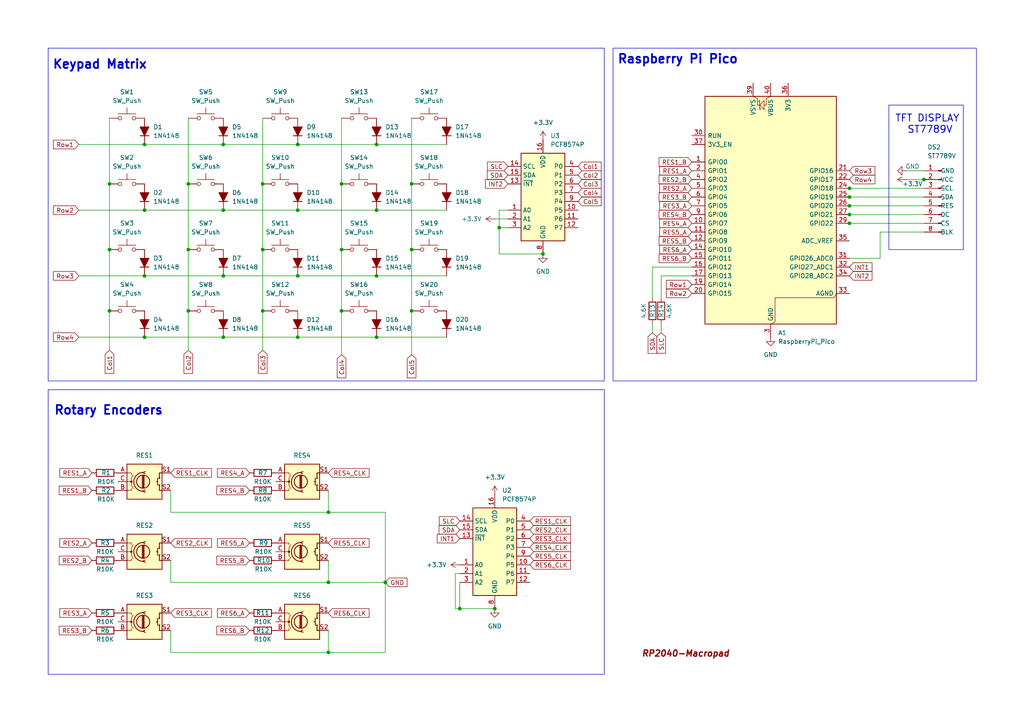
<source format=kicad_sch>
(kicad_sch (version 20250114) (generator "eeschema") (generator_version "9.0")
  (paper "A4")
  (lib_symbols
    (symbol "Device:R" (pin_numbers (hide yes)) (pin_names (offset 0))
      (property "Reference" "R" (at 2.032 0 90))
      (property "Value" "R" (at 0 0 90))
      (symbol "R_1_1"
        (pin passive line (at 0 3.81 270) (length 1.27) (name "~") (number "1"))
        (pin passive line (at 0 -3.81 90) (length 1.27) (name "~") (number "2"))
      )
    )
    (symbol "Device:RotaryEncoder_Switch" (pin_names (offset 0.254) (hide yes))
      (property "Reference" "SW" (at 0 6.604 0))
      (property "Value" "RotaryEncoder_Switch" (at 0 -6.604 0))
      (symbol "RotaryEncoder_Switch_1_1"
        (pin passive line (at -7.62 2.54 0) (length 2.54) (name "A") (number "A"))
        (pin passive line (at -7.62 0 0) (length 2.54) (name "C") (number "C"))
        (pin passive line (at -7.62 -2.54 0) (length 2.54) (name "B") (number "B"))
        (pin passive line (at 7.62 2.54 180) (length 2.54) (name "S1") (number "S1"))
        (pin passive line (at 7.62 -2.54 180) (length 2.54) (name "S2") (number "S2"))
      )
    )
    (symbol "Interface_Expansion:PCF8574P"
      (property "Reference" "U" (at -6.35 12.954 0))
      (property "Value" "PCF8574P" (at 3.048 12.954 0))
      (symbol "PCF8574P_1_1"
        (pin input line (at -10.16 7.62 0) (length 3.81) (name "SCL") (number "14"))
        (pin bidirectional line (at -10.16 5.08 0) (length 3.81) (name "SDA") (number "15"))
        (pin open_collector line (at -10.16 2.54 0) (length 3.81) (name "~{INT}") (number "13"))
        (pin input line (at -10.16 -5.08 0) (length 3.81) (name "A0") (number "1"))
        (pin input line (at -10.16 -7.62 0) (length 3.81) (name "A1") (number "2"))
        (pin input line (at -10.16 -10.16 0) (length 3.81) (name "A2") (number "3"))
        (pin power_in line (at 0 15.24 270) (length 3.81) (name "VDD") (number "16"))
        (pin power_in line (at 0 -17.78 90) (length 3.81) (name "GND") (number "8"))
        (pin bidirectional line (at 10.16 7.62 180) (length 3.81) (name "P0") (number "4"))
        (pin bidirectional line (at 10.16 5.08 180) (length 3.81) (name "P1") (number "5"))
        (pin bidirectional line (at 10.16 2.54 180) (length 3.81) (name "P2") (number "6"))
        (pin bidirectional line (at 10.16 0 180) (length 3.81) (name "P3") (number "7"))
        (pin bidirectional line (at 10.16 -2.54 180) (length 3.81) (name "P4") (number "9"))
        (pin bidirectional line (at 10.16 -5.08 180) (length 3.81) (name "P5") (number "10"))
        (pin bidirectional line (at 10.16 -7.62 180) (length 3.81) (name "P6") (number "11"))
        (pin bidirectional line (at 10.16 -10.16 180) (length 3.81) (name "P7") (number "12"))
      )
    )
    (symbol "MCU_Module:RaspberryPi_Pico" (pin_names (offset 0.762))
      (property "Reference" "A" (at -19.05 35.56 0))
      (property "Value" "RaspberryPi_Pico" (at 7.62 35.56 0))
      (symbol "RaspberryPi_Pico_1_1"
        (pin passive line (at -22.86 22.86 0) (length 3.81) (name "RUN") (number "30"))
        (pin passive line (at -22.86 20.32 0) (length 3.81) (name "3V3_EN") (number "37"))
        (pin bidirectional line (at -22.86 15.24 0) (length 3.81) (name "GPIO0") (number "1"))
        (pin bidirectional line (at -22.86 12.7 0) (length 3.81) (name "GPIO1") (number "2"))
        (pin bidirectional line (at -22.86 10.16 0) (length 3.81) (name "GPIO2") (number "4"))
        (pin bidirectional line (at -22.86 7.62 0) (length 3.81) (name "GPIO3") (number "5"))
        (pin bidirectional line (at -22.86 5.08 0) (length 3.81) (name "GPIO4") (number "6"))
        (pin bidirectional line (at -22.86 2.54 0) (length 3.81) (name "GPIO5") (number "7"))
        (pin bidirectional line (at -22.86 0 0) (length 3.81) (name "GPIO6") (number "9"))
        (pin bidirectional line (at -22.86 -2.54 0) (length 3.81) (name "GPIO7") (number "10"))
        (pin bidirectional line (at -22.86 -5.08 0) (length 3.81) (name "GPIO8") (number "11"))
        (pin bidirectional line (at -22.86 -7.62 0) (length 3.81) (name "GPIO9") (number "12"))
        (pin bidirectional line (at -22.86 -10.16 0) (length 3.81) (name "GPIO10") (number "14"))
        (pin bidirectional line (at -22.86 -12.7 0) (length 3.81) (name "GPIO11") (number "15"))
        (pin bidirectional line (at -22.86 -15.24 0) (length 3.81) (name "GPIO12") (number "16"))
        (pin bidirectional line (at -22.86 -17.78 0) (length 3.81) (name "GPIO13") (number "17"))
        (pin bidirectional line (at -22.86 -20.32 0) (length 3.81) (name "GPIO14") (number "19"))
        (pin bidirectional line (at -22.86 -22.86 0) (length 3.81) (name "GPIO15") (number "20"))
        (pin power_in line (at -5.08 38.1 270) (length 3.81) (name "VSYS") (number "39"))
        (pin power_out line (at 0 38.1 270) (length 3.81) (name "VBUS") (number "40"))
        (pin passive line (at 0 -35.56 90) (length 3.81) (hide yes) (name "GND") (number "13"))
        (pin passive line (at 0 -35.56 90) (length 3.81) (hide yes) (name "GND") (number "18"))
        (pin passive line (at 0 -35.56 90) (length 3.81) (hide yes) (name "GND") (number "23"))
        (pin passive line (at 0 -35.56 90) (length 3.81) (hide yes) (name "GND") (number "28"))
        (pin power_out line (at 0 -35.56 90) (length 3.81) (name "GND") (number "3"))
        (pin passive line (at 0 -35.56 90) (length 3.81) (hide yes) (name "GND") (number "38"))
        (pin passive line (at 0 -35.56 90) (length 3.81) (hide yes) (name "GND") (number "8"))
        (pin power_out line (at 5.08 38.1 270) (length 3.81) (name "3V3") (number "36"))
        (pin bidirectional line (at 22.86 12.7 180) (length 3.81) (name "GPIO16") (number "21"))
        (pin bidirectional line (at 22.86 10.16 180) (length 3.81) (name "GPIO17") (number "22"))
        (pin bidirectional line (at 22.86 7.62 180) (length 3.81) (name "GPIO18") (number "24"))
        (pin bidirectional line (at 22.86 5.08 180) (length 3.81) (name "GPIO19") (number "25"))
        (pin bidirectional line (at 22.86 2.54 180) (length 3.81) (name "GPIO20") (number "26"))
        (pin bidirectional line (at 22.86 0 180) (length 3.81) (name "GPIO21") (number "27"))
        (pin bidirectional line (at 22.86 -2.54 180) (length 3.81) (name "GPIO22") (number "29"))
        (pin power_in line (at 22.86 -7.62 180) (length 3.81) (name "ADC_VREF") (number "35"))
        (pin bidirectional line (at 22.86 -12.7 180) (length 3.81) (name "GPIO26_ADC0") (number "31"))
        (pin bidirectional line (at 22.86 -15.24 180) (length 3.81) (name "GPIO27_ADC1") (number "32"))
        (pin bidirectional line (at 22.86 -17.78 180) (length 3.81) (name "GPIO28_ADC2") (number "34"))
        (pin power_out line (at 22.86 -22.86 180) (length 3.81) (name "AGND") (number "33"))
      )
    )
    (symbol "New_Library:ST7789V" (pin_names (offset 1.016))
      (property "Reference" "J" (at 0 10.16 0))
      (property "Value" "ST7789V" (at 0 -12.7 0))
      (symbol "ST7789V_1_1"
        (pin passive line (at 5.08 7.62 180) (length 3.81) (name "GND") (number "1"))
        (pin passive line (at 5.08 5.08 180) (length 3.81) (name "VCC") (number "2"))
        (pin passive line (at 5.08 2.54 180) (length 3.81) (name "SCL") (number "3"))
        (pin passive line (at 5.08 0 180) (length 3.81) (name "SDA") (number "4"))
        (pin passive line (at 5.08 -2.54 180) (length 3.81) (name "RES") (number "5"))
        (pin passive line (at 5.08 -5.08 180) (length 3.81) (name "DC") (number "6"))
        (pin passive line (at 5.08 -7.62 180) (length 3.81) (name "CS") (number "7"))
        (pin passive line (at 5.08 -10.16 180) (length 3.81) (name "BLK") (number "8"))
      )
    )
    (symbol "PCM_Diode_AKL:1N4148" (pin_numbers (hide yes)) (pin_names (offset 1.016) (hide yes))
      (property "Reference" "D" (at 0 5.08 0))
      (property "Value" "1N4148" (at 0 2.54 0))
      (symbol "1N4148_1_1"
        (pin passive line (at -3.81 0 0) (length 2.54) (name "A") (number "2"))
        (pin passive line (at 3.81 0 180) (length 2.54) (name "K") (number "1"))
      )
      (symbol "1N4148_1_2"
        (pin passive line (at -2.54 -2.54 0) (length 0) (name "A") (number "2"))
        (pin passive line (at 2.54 2.54 180) (length 0) (name "K") (number "1"))
      )
    )
    (symbol "Switch:SW_Push" (pin_numbers (hide yes)) (pin_names (offset 1.016) (hide yes))
      (property "Reference" "SW" (at 1.27 2.54 0))
      (property "Value" "SW_Push" (at 0 -1.524 0))
      (symbol "SW_Push_0_1"
        (pin passive line (at -5.08 0 0) (length 2.54) (name "1") (number "1"))
        (pin passive line (at 5.08 0 180) (length 2.54) (name "2") (number "2"))
      )
    )
    (symbol "power:+3.3V" (power) (pin_numbers (hide yes)) (pin_names (offset 0) (hide yes))
      (property "Value" "+3.3V" (at 0 3.556 0))
      (symbol "+3.3V_1_1"
        (pin power_in line (at 0 0 90) (length 0) (name "~") (number "1"))
      )
    )
    (symbol "power:GND" (power) (pin_numbers (hide yes)) (pin_names (offset 0) (hide yes))
      (property "Value" "GND" (at 0 -3.81 0))
      (symbol "GND_1_1"
        (pin power_in line (at 0 0 270) (length 0) (name "~") (number "1"))
      )
    )
  )
  (rectangle (start 257.81 30.48) (end 279.4 72.39))
  (rectangle (start 13.97 113.03) (end 175.26 195.58))
  (rectangle (start 177.8 13.97) (end 283.21 110.49))
  (rectangle (start 13.97 13.97) (end 175.26 110.49))
  (text "Raspberry Pi Pico" (at 196.596 17.272 0) (effects (font (size 2.54 2.54) (thickness 0.508) (bold yes))))
  (text "Rotary Encoders" (at 31.496 119.126 0) (effects (font (size 2.54 2.54) (thickness 0.508) (bold yes))))
  (text "RP2040-Macropad" (at 198.882 189.738 0) (effects (font (size 1.778 1.778) (thickness 0.3556) (bold yes) (italic yes))))
  (text "TFT DISPLAY \nST7789V" (at 269.748 36.068 0) (effects (font (size 2.032 2.032) (thickness 0.254) (bold yes))))
  (text "Keypad Matrix" (at 28.956 18.796 0) (effects (font (size 2.54 2.54) (thickness 0.508) (bold yes))))
  (junction (at 64.77 80.01))
  (junction (at 41.91 60.96))
  (junction (at 246.38 64.77))
  (junction (at 76.2 72.39))
  (junction (at 133.35 176.53))
  (junction (at 86.36 97.79))
  (junction (at 109.22 97.79))
  (junction (at 76.2 53.34))
  (junction (at 267.97 52.07))
  (junction (at 109.22 80.01))
  (junction (at 54.61 90.17))
  (junction (at 64.77 41.91))
  (junction (at 246.38 62.23))
  (junction (at 95.25 168.91))
  (junction (at 31.75 53.34))
  (junction (at 86.36 60.96))
  (junction (at 109.22 60.96))
  (junction (at 41.91 80.01))
  (junction (at 144.78 66.04))
  (junction (at 64.77 97.79))
  (junction (at 246.38 57.15))
  (junction (at 99.06 72.39))
  (junction (at 54.61 53.34))
  (junction (at 31.75 72.39))
  (junction (at 119.38 53.34))
  (junction (at 246.38 59.69))
  (junction (at 95.25 189.23))
  (junction (at 41.91 97.79))
  (junction (at 119.38 72.39))
  (junction (at 76.2 90.17))
  (junction (at 31.75 90.17))
  (junction (at 99.06 90.17))
  (junction (at 246.38 54.61))
  (junction (at 64.77 60.96))
  (junction (at 95.25 148.59))
  (junction (at 119.38 90.17))
  (junction (at 111.76 168.91))
  (junction (at 143.51 176.53))
  (junction (at 109.22 41.91))
  (junction (at 157.48 73.66))
  (junction (at 54.61 72.39))
  (junction (at 41.91 41.91))
  (junction (at 99.06 53.34))
  (junction (at 86.36 41.91))
  (junction (at 86.36 80.01))
  (wire (pts (xy 64.77 80.01) (xy 41.91 80.01)))
  (wire (pts (xy 86.36 80.01) (xy 64.77 80.01)))
  (wire (pts (xy 95.25 142.24) (xy 95.25 148.59)))
  (wire (pts (xy 191.77 80.01) (xy 191.77 86.36)))
  (wire (pts (xy 99.06 34.29) (xy 99.06 53.34)))
  (wire (pts (xy 132.08 176.53) (xy 133.35 176.53)))
  (wire (pts (xy 132.08 166.37) (xy 132.08 176.53)))
  (wire (pts (xy 144.78 60.96) (xy 144.78 66.04)))
  (wire (pts (xy 86.36 41.91) (xy 109.22 41.91)))
  (wire (pts (xy 109.22 41.91) (xy 129.54 41.91)))
  (wire (pts (xy 119.38 90.17) (xy 119.38 102.87)))
  (wire (pts (xy 200.66 80.01) (xy 191.77 80.01)))
  (wire (pts (xy 99.06 53.34) (xy 99.06 72.39)))
  (wire (pts (xy 76.2 72.39) (xy 76.2 90.17)))
  (wire (pts (xy 111.76 148.59) (xy 111.76 168.91)))
  (wire (pts (xy 246.38 64.77) (xy 267.97 64.77)))
  (wire (pts (xy 49.53 182.88) (xy 49.53 189.23)))
  (wire (pts (xy 119.38 34.29) (xy 119.38 53.34)))
  (wire (pts (xy 144.78 66.04) (xy 144.78 73.66)))
  (wire (pts (xy 64.77 60.96) (xy 41.91 60.96)))
  (wire (pts (xy 49.53 189.23) (xy 95.25 189.23)))
  (wire (pts (xy 41.91 41.91) (xy 64.77 41.91)))
  (wire (pts (xy 95.25 162.56) (xy 95.25 168.91)))
  (wire (pts (xy 246.38 62.23) (xy 267.97 62.23)))
  (wire (pts (xy 99.06 72.39) (xy 99.06 90.17)))
  (wire (pts (xy 189.23 77.47) (xy 200.66 77.47)))
  (wire (pts (xy 147.32 60.96) (xy 144.78 60.96)))
  (wire (pts (xy 246.38 57.15) (xy 267.97 57.15)))
  (wire (pts (xy 31.75 53.34) (xy 31.75 72.39)))
  (wire (pts (xy 109.22 60.96) (xy 86.36 60.96)))
  (wire (pts (xy 54.61 34.29) (xy 54.61 53.34)))
  (wire (pts (xy 246.38 59.69) (xy 267.97 59.69)))
  (wire (pts (xy 262.89 52.07) (xy 267.97 52.07)))
  (wire (pts (xy 86.36 60.96) (xy 64.77 60.96)))
  (wire (pts (xy 31.75 34.29) (xy 31.75 53.34)))
  (wire (pts (xy 54.61 90.17) (xy 54.61 101.6)))
  (wire (pts (xy 129.54 80.01) (xy 109.22 80.01)))
  (wire (pts (xy 255.27 67.31) (xy 255.27 74.93)))
  (wire (pts (xy 99.06 90.17) (xy 99.06 102.87)))
  (wire (pts (xy 41.91 80.01) (xy 22.86 80.01)))
  (wire (pts (xy 133.35 176.53) (xy 143.51 176.53)))
  (wire (pts (xy 255.27 74.93) (xy 246.38 74.93)))
  (wire (pts (xy 64.77 97.79) (xy 86.36 97.79)))
  (wire (pts (xy 191.77 96.52) (xy 191.77 93.98)))
  (wire (pts (xy 95.25 182.88) (xy 95.25 189.23)))
  (wire (pts (xy 22.86 97.79) (xy 41.91 97.79)))
  (wire (pts (xy 54.61 53.34) (xy 54.61 72.39)))
  (wire (pts (xy 95.25 189.23) (xy 111.76 189.23)))
  (wire (pts (xy 133.35 166.37) (xy 132.08 166.37)))
  (wire (pts (xy 119.38 53.34) (xy 119.38 72.39)))
  (wire (pts (xy 49.53 142.24) (xy 49.53 148.59)))
  (wire (pts (xy 189.23 77.47) (xy 189.23 86.36)))
  (wire (pts (xy 246.38 54.61) (xy 267.97 54.61)))
  (wire (pts (xy 243.84 57.15) (xy 246.38 57.15)))
  (wire (pts (xy 76.2 34.29) (xy 76.2 53.34)))
  (wire (pts (xy 119.38 72.39) (xy 119.38 90.17)))
  (wire (pts (xy 31.75 72.39) (xy 31.75 90.17)))
  (wire (pts (xy 144.78 66.04) (xy 147.32 66.04)))
  (wire (pts (xy 111.76 168.91) (xy 111.76 189.23)))
  (wire (pts (xy 54.61 72.39) (xy 54.61 90.17)))
  (wire (pts (xy 189.23 96.52) (xy 189.23 93.98)))
  (wire (pts (xy 49.53 168.91) (xy 95.25 168.91)))
  (wire (pts (xy 49.53 148.59) (xy 95.25 148.59)))
  (wire (pts (xy 22.86 41.91) (xy 41.91 41.91)))
  (wire (pts (xy 76.2 53.34) (xy 76.2 72.39)))
  (wire (pts (xy 31.75 90.17) (xy 31.75 101.6)))
  (wire (pts (xy 144.78 73.66) (xy 157.48 73.66)))
  (wire (pts (xy 267.97 67.31) (xy 255.27 67.31)))
  (wire (pts (xy 109.22 97.79) (xy 129.54 97.79)))
  (wire (pts (xy 49.53 162.56) (xy 49.53 168.91)))
  (wire (pts (xy 243.84 59.69) (xy 246.38 59.69)))
  (wire (pts (xy 129.54 60.96) (xy 109.22 60.96)))
  (wire (pts (xy 76.2 90.17) (xy 76.2 101.6)))
  (wire (pts (xy 41.91 60.96) (xy 22.86 60.96)))
  (wire (pts (xy 95.25 148.59) (xy 111.76 148.59)))
  (wire (pts (xy 267.97 49.53) (xy 262.89 49.53)))
  (wire (pts (xy 41.91 97.79) (xy 64.77 97.79)))
  (wire (pts (xy 243.84 64.77) (xy 246.38 64.77)))
  (wire (pts (xy 243.84 62.23) (xy 246.38 62.23)))
  (wire (pts (xy 133.35 176.53) (xy 133.35 168.91)))
  (wire (pts (xy 243.84 54.61) (xy 246.38 54.61)))
  (wire (pts (xy 95.25 168.91) (xy 111.76 168.91)))
  (wire (pts (xy 64.77 41.91) (xy 86.36 41.91)))
  (wire (pts (xy 86.36 97.79) (xy 109.22 97.79)))
  (wire (pts (xy 143.51 63.5) (xy 147.32 63.5)))
  (wire (pts (xy 270.51 52.07) (xy 267.97 52.07)))
  (wire (pts (xy 109.22 80.01) (xy 86.36 80.01)))
  (global_label "RES1_B" (shape input) (at 26.67 142.24 180) (property "Intersheetrefs" "${INTERSHEET_REFS}" (effects (hide yes))))
  (global_label "RES5_CLK" (shape input) (at 95.25 157.48 0) (property "Intersheetrefs" "${INTERSHEET_REFS}" (effects (hide yes))))
  (global_label "RES3_A" (shape input) (at 26.67 177.8 180) (property "Intersheetrefs" "${INTERSHEET_REFS}" (effects (hide yes))))
  (global_label "RES3_B" (shape input) (at 200.66 57.15 180) (property "Intersheetrefs" "${INTERSHEET_REFS}" (effects (hide yes))))
  (global_label "RES3_A" (shape input) (at 200.66 59.69 180) (property "Intersheetrefs" "${INTERSHEET_REFS}" (effects (hide yes))))
  (global_label "RES2_A" (shape input) (at 200.66 54.61 180) (property "Intersheetrefs" "${INTERSHEET_REFS}" (effects (hide yes))))
  (global_label "Row3" (shape input) (at 246.38 49.53 0) (property "Intersheetrefs" "${INTERSHEET_REFS}" (effects (hide yes))))
  (global_label "Col2" (shape input) (at 167.64 50.8 0) (property "Intersheetrefs" "${INTERSHEET_REFS}" (effects (hide yes))))
  (global_label "RES6_A" (shape input) (at 200.66 72.39 180) (property "Intersheetrefs" "${INTERSHEET_REFS}" (effects (hide yes))))
  (global_label "Col5" (shape input) (at 167.64 58.42 0) (property "Intersheetrefs" "${INTERSHEET_REFS}" (effects (hide yes))))
  (global_label "RES6_A" (shape input) (at 72.39 177.8 180) (property "Intersheetrefs" "${INTERSHEET_REFS}" (effects (hide yes))))
  (global_label "SLC" (shape input) (at 191.77 96.52 270) (property "Intersheetrefs" "${INTERSHEET_REFS}" (effects (hide yes))))
  (global_label "Col3" (shape input) (at 76.2 101.6 270) (property "Intersheetrefs" "${INTERSHEET_REFS}" (effects (hide yes))))
  (global_label "SDA" (shape input) (at 189.23 96.52 270) (property "Intersheetrefs" "${INTERSHEET_REFS}" (effects (hide yes))))
  (global_label "RES1_A" (shape input) (at 200.66 49.53 180) (property "Intersheetrefs" "${INTERSHEET_REFS}" (effects (hide yes))))
  (global_label "INT1" (shape input) (at 246.38 77.47 0) (property "Intersheetrefs" "${INTERSHEET_REFS}" (effects (hide yes))))
  (global_label "RES2_CLK" (shape input) (at 153.67 153.67 0) (property "Intersheetrefs" "${INTERSHEET_REFS}" (effects (hide yes))))
  (global_label "RES1_A" (shape input) (at 26.67 137.16 180) (property "Intersheetrefs" "${INTERSHEET_REFS}" (effects (hide yes))))
  (global_label "RES6_CLK" (shape input) (at 95.25 177.8 0) (property "Intersheetrefs" "${INTERSHEET_REFS}" (effects (hide yes))))
  (global_label "RES6_CLK" (shape input) (at 153.67 163.83 0) (property "Intersheetrefs" "${INTERSHEET_REFS}" (effects (hide yes))))
  (global_label "RES1_CLK" (shape input) (at 49.53 137.16 0) (property "Intersheetrefs" "${INTERSHEET_REFS}" (effects (hide yes))))
  (global_label "INT2" (shape input) (at 147.32 53.34 180) (property "Intersheetrefs" "${INTERSHEET_REFS}" (effects (hide yes))))
  (global_label "RES5_A" (shape input) (at 200.66 67.31 180) (property "Intersheetrefs" "${INTERSHEET_REFS}" (effects (hide yes))))
  (global_label "Col1" (shape input) (at 31.75 101.6 270) (property "Intersheetrefs" "${INTERSHEET_REFS}" (effects (hide yes))))
  (global_label "RES5_A" (shape input) (at 72.39 157.48 180) (property "Intersheetrefs" "${INTERSHEET_REFS}" (effects (hide yes))))
  (global_label "RES3_CLK" (shape input) (at 153.67 156.21 0) (property "Intersheetrefs" "${INTERSHEET_REFS}" (effects (hide yes))))
  (global_label "RES3_CLK" (shape input) (at 49.53 177.8 0) (property "Intersheetrefs" "${INTERSHEET_REFS}" (effects (hide yes))))
  (global_label "INT2" (shape input) (at 246.38 80.01 0) (property "Intersheetrefs" "${INTERSHEET_REFS}" (effects (hide yes))))
  (global_label "Row4" (shape input) (at 22.86 97.79 180) (property "Intersheetrefs" "${INTERSHEET_REFS}" (effects (hide yes))))
  (global_label "Row1" (shape input) (at 22.86 41.91 180) (property "Intersheetrefs" "${INTERSHEET_REFS}" (effects (hide yes))))
  (global_label "RES6_B" (shape input) (at 72.39 182.88 180) (property "Intersheetrefs" "${INTERSHEET_REFS}" (effects (hide yes))))
  (global_label "RES2_CLK" (shape input) (at 49.53 157.48 0) (property "Intersheetrefs" "${INTERSHEET_REFS}" (effects (hide yes))))
  (global_label "Col1" (shape input) (at 167.64 48.26 0) (property "Intersheetrefs" "${INTERSHEET_REFS}" (effects (hide yes))))
  (global_label "SLC" (shape input) (at 133.35 151.13 180) (property "Intersheetrefs" "${INTERSHEET_REFS}" (effects (hide yes))))
  (global_label "RES4_B" (shape input) (at 200.66 62.23 180) (property "Intersheetrefs" "${INTERSHEET_REFS}" (effects (hide yes))))
  (global_label "RES4_CLK" (shape input) (at 153.67 158.75 0) (property "Intersheetrefs" "${INTERSHEET_REFS}" (effects (hide yes))))
  (global_label "Col3" (shape input) (at 167.64 53.34 0) (property "Intersheetrefs" "${INTERSHEET_REFS}" (effects (hide yes))))
  (global_label "Row4" (shape input) (at 246.38 52.07 0) (property "Intersheetrefs" "${INTERSHEET_REFS}" (effects (hide yes))))
  (global_label "Row3" (shape input) (at 22.86 80.01 180) (property "Intersheetrefs" "${INTERSHEET_REFS}" (effects (hide yes))))
  (global_label "Col2" (shape input) (at 54.61 101.6 270) (property "Intersheetrefs" "${INTERSHEET_REFS}" (effects (hide yes))))
  (global_label "RES2_B" (shape input) (at 200.66 52.07 180) (property "Intersheetrefs" "${INTERSHEET_REFS}" (effects (hide yes))))
  (global_label "RES4_CLK" (shape input) (at 95.25 137.16 0) (property "Intersheetrefs" "${INTERSHEET_REFS}" (effects (hide yes))))
  (global_label "RES5_CLK" (shape input) (at 153.67 161.29 0) (property "Intersheetrefs" "${INTERSHEET_REFS}" (effects (hide yes))))
  (global_label "RES6_B" (shape input) (at 200.66 74.93 180) (property "Intersheetrefs" "${INTERSHEET_REFS}" (effects (hide yes))))
  (global_label "Col4" (shape input) (at 99.06 102.87 270) (property "Intersheetrefs" "${INTERSHEET_REFS}" (effects (hide yes))))
  (global_label "GND" (shape input) (at 111.76 168.91 0) (property "Intersheetrefs" "${INTERSHEET_REFS}" (effects (hide yes))))
  (global_label "Col4" (shape input) (at 167.64 55.88 0) (property "Intersheetrefs" "${INTERSHEET_REFS}" (effects (hide yes))))
  (global_label "RES4_B" (shape input) (at 72.39 142.24 180) (property "Intersheetrefs" "${INTERSHEET_REFS}" (effects (hide yes))))
  (global_label "RES2_A" (shape input) (at 26.67 157.48 180) (property "Intersheetrefs" "${INTERSHEET_REFS}" (effects (hide yes))))
  (global_label "Row2" (shape input) (at 22.86 60.96 180) (property "Intersheetrefs" "${INTERSHEET_REFS}" (effects (hide yes))))
  (global_label "Col5" (shape input) (at 119.38 102.87 270) (property "Intersheetrefs" "${INTERSHEET_REFS}" (effects (hide yes))))
  (global_label "INT1" (shape input) (at 133.35 156.21 180) (property "Intersheetrefs" "${INTERSHEET_REFS}" (effects (hide yes))))
  (global_label "RES5_B" (shape input) (at 200.66 69.85 180) (property "Intersheetrefs" "${INTERSHEET_REFS}" (effects (hide yes))))
  (global_label "RES4_A" (shape input) (at 200.66 64.77 180) (property "Intersheetrefs" "${INTERSHEET_REFS}" (effects (hide yes))))
  (global_label "SDA" (shape input) (at 147.32 50.8 180) (property "Intersheetrefs" "${INTERSHEET_REFS}" (effects (hide yes))))
  (global_label "Row2" (shape input) (at 200.66 85.09 180) (property "Intersheetrefs" "${INTERSHEET_REFS}" (effects (hide yes))))
  (global_label "RES4_A" (shape input) (at 72.39 137.16 180) (property "Intersheetrefs" "${INTERSHEET_REFS}" (effects (hide yes))))
  (global_label "RES5_B" (shape input) (at 72.39 162.56 180) (property "Intersheetrefs" "${INTERSHEET_REFS}" (effects (hide yes))))
  (global_label "RES1_B" (shape input) (at 200.66 46.99 180) (property "Intersheetrefs" "${INTERSHEET_REFS}" (effects (hide yes))))
  (global_label "SDA" (shape input) (at 133.35 153.67 180) (property "Intersheetrefs" "${INTERSHEET_REFS}" (effects (hide yes))))
  (global_label "SLC" (shape input) (at 147.32 48.26 180) (property "Intersheetrefs" "${INTERSHEET_REFS}" (effects (hide yes))))
  (global_label "Row1" (shape input) (at 200.66 82.55 180) (property "Intersheetrefs" "${INTERSHEET_REFS}" (effects (hide yes))))
  (global_label "RES2_B" (shape input) (at 26.67 162.56 180) (property "Intersheetrefs" "${INTERSHEET_REFS}" (effects (hide yes))))
  (global_label "RES1_CLK" (shape input) (at 153.67 151.13 0) (property "Intersheetrefs" "${INTERSHEET_REFS}" (effects (hide yes))))
  (global_label "RES3_B" (shape input) (at 26.67 182.88 180) (property "Intersheetrefs" "${INTERSHEET_REFS}" (effects (hide yes))))
  (symbol (lib_id "power:+3.3V") (at 262.89 52.07 90) (unit 1)
    (property "Reference" "#PWR09" (effects (hide yes)))
    (property "Value" "+3.3V" (at 264.668 53.34 90))
    (property "Description" "Power symbol creates a global label with name \"+3.3V\"" (effects (hide yes)))
  )
  (symbol (lib_id "Switch:SW_Push") (at 81.28 53.34 0) (unit 1)
    (property "Reference" "SW10" (at 81.28 45.72 0))
    (property "Value" "SW_Push" (at 81.28 48.26 0))
    (property "Footprint" "PCM_Switch_Keyboard_Hotswap_Kailh:SW_Hotswap_Kailh_MX" (effects (hide yes)))
    (property "Description" "Push button switch, generic, two pins" (effects (hide yes)))
  )
  (symbol (lib_id "Switch:SW_Push") (at 36.83 53.34 0) (unit 1)
    (property "Reference" "SW2" (at 36.83 45.72 0))
    (property "Value" "SW_Push" (at 36.83 48.26 0))
    (property "Footprint" "PCM_Switch_Keyboard_Hotswap_Kailh:SW_Hotswap_Kailh_MX" (effects (hide yes)))
    (property "Description" "Push button switch, generic, two pins" (effects (hide yes)))
  )
  (symbol (lib_id "PCM_Diode_AKL:1N4148") (at 129.54 93.98 270) (unit 1)
    (property "Reference" "D20" (at 132.08 92.7099 90) (effects (justify left)))
    (property "Value" "1N4148" (at 132.08 95.2499 90) (effects (justify left)))
    (property "Footprint" "PCM_Diode_THT_AKL:D_DO-35_SOD27_P7.62mm_Horizontal" (effects (hide yes)))
    (property "Datasheet" "https://datasheet.octopart.com/1N4148TR-ON-Semiconductor-datasheet-42765246.pdf" (effects (hide yes)))
    (property "Description" "DO-35 Diode, Small Signal, Fast Switching, 75V, 150mA, 4ns, Alternate KiCad Library" (effects (hide yes)))
  )
  (symbol (lib_id "Device:R") (at 76.2 162.56 90) (unit 1)
    (property "Reference" "R10" (at 76.454 162.56 90))
    (property "Value" "R10K" (at 76.454 165.1 90))
    (property "Footprint" "PCM_Resistor_SMD_AKL:R_0805_2012Metric_Pad1.20x1.40mm_HandSolder" (effects (hide yes)))
    (property "Description" "Resistor" (effects (hide yes)))
  )
  (symbol (lib_id "Device:R") (at 30.48 142.24 90) (unit 1)
    (property "Reference" "R2" (at 30.734 142.24 90))
    (property "Value" "R10K" (at 30.734 144.78 90))
    (property "Footprint" "PCM_Resistor_SMD_AKL:R_0805_2012Metric_Pad1.20x1.40mm_HandSolder" (effects (hide yes)))
    (property "Description" "Resistor" (effects (hide yes)))
  )
  (symbol (lib_id "PCM_Diode_AKL:1N4148") (at 41.91 57.15 270) (unit 1)
    (property "Reference" "D2" (at 44.45 55.8799 90) (effects (justify left)))
    (property "Value" "1N4148" (at 44.45 58.4199 90) (effects (justify left)))
    (property "Footprint" "PCM_Diode_THT_AKL:D_DO-35_SOD27_P7.62mm_Horizontal" (effects (hide yes)))
    (property "Datasheet" "https://datasheet.octopart.com/1N4148TR-ON-Semiconductor-datasheet-42765246.pdf" (effects (hide yes)))
    (property "Description" "DO-35 Diode, Small Signal, Fast Switching, 75V, 150mA, 4ns, Alternate KiCad Library" (effects (hide yes)))
  )
  (symbol (lib_id "Device:R") (at 76.2 182.88 90) (unit 1)
    (property "Reference" "R12" (at 76.2 182.88 90))
    (property "Value" "R10K" (at 76.2 185.42 90))
    (property "Footprint" "PCM_Resistor_SMD_AKL:R_0805_2012Metric_Pad1.20x1.40mm_HandSolder" (effects (hide yes)))
    (property "Description" "Resistor" (effects (hide yes)))
  )
  (symbol (lib_id "Switch:SW_Push") (at 124.46 90.17 0) (unit 1)
    (property "Reference" "SW20" (at 124.46 82.55 0))
    (property "Value" "SW_Push" (at 124.46 85.09 0))
    (property "Footprint" "PCM_Switch_Keyboard_Hotswap_Kailh:SW_Hotswap_Kailh_MX" (effects (hide yes)))
    (property "Description" "Push button switch, generic, two pins" (effects (hide yes)))
  )
  (symbol (lib_id "PCM_Diode_AKL:1N4148") (at 41.91 93.98 270) (unit 1)
    (property "Reference" "D4" (at 44.45 92.7099 90) (effects (justify left)))
    (property "Value" "1N4148" (at 44.45 95.2499 90) (effects (justify left)))
    (property "Footprint" "PCM_Diode_THT_AKL:D_DO-35_SOD27_P7.62mm_Horizontal" (effects (hide yes)))
    (property "Datasheet" "https://datasheet.octopart.com/1N4148TR-ON-Semiconductor-datasheet-42765246.pdf" (effects (hide yes)))
    (property "Description" "DO-35 Diode, Small Signal, Fast Switching, 75V, 150mA, 4ns, Alternate KiCad Library" (effects (hide yes)))
  )
  (symbol (lib_id "Device:RotaryEncoder_Switch") (at 87.63 139.7 0) (unit 1)
    (property "Reference" "RES4_CLK1" (effects (hide yes)))
    (property "Value" "RES4" (at 87.63 132.08 0))
    (property "Footprint" "Rotary_Encoder:RotaryEncoder_Alps_EC11E-Switch_Vertical_H20mm" (effects (hide yes)))
    (property "Description" "Rotary encoder, dual channel, incremental quadrate outputs, with switch" (effects (hide yes)))
  )
  (symbol (lib_id "PCM_Diode_AKL:1N4148") (at 64.77 38.1 270) (unit 1)
    (property "Reference" "D5" (at 67.31 36.8299 90) (effects (justify left)))
    (property "Value" "1N4148" (at 67.31 39.3699 90) (effects (justify left)))
    (property "Footprint" "PCM_Diode_THT_AKL:D_DO-35_SOD27_P7.62mm_Horizontal" (effects (hide yes)))
    (property "Datasheet" "https://datasheet.octopart.com/1N4148TR-ON-Semiconductor-datasheet-42765246.pdf" (effects (hide yes)))
    (property "Description" "DO-35 Diode, Small Signal, Fast Switching, 75V, 150mA, 4ns, Alternate KiCad Library" (effects (hide yes)))
  )
  (symbol (lib_id "Switch:SW_Push") (at 59.69 72.39 0) (unit 1)
    (property "Reference" "SW7" (at 59.69 64.77 0))
    (property "Value" "SW_Push" (at 59.69 67.31 0))
    (property "Footprint" "PCM_Switch_Keyboard_Hotswap_Kailh:SW_Hotswap_Kailh_MX" (effects (hide yes)))
    (property "Description" "Push button switch, generic, two pins" (effects (hide yes)))
  )
  (symbol (lib_id "PCM_Diode_AKL:1N4148") (at 129.54 38.1 270) (unit 1)
    (property "Reference" "D17" (at 132.08 36.8299 90) (effects (justify left)))
    (property "Value" "1N4148" (at 132.08 39.3699 90) (effects (justify left)))
    (property "Footprint" "PCM_Diode_THT_AKL:D_DO-35_SOD27_P7.62mm_Horizontal" (effects (hide yes)))
    (property "Datasheet" "https://datasheet.octopart.com/1N4148TR-ON-Semiconductor-datasheet-42765246.pdf" (effects (hide yes)))
    (property "Description" "DO-35 Diode, Small Signal, Fast Switching, 75V, 150mA, 4ns, Alternate KiCad Library" (effects (hide yes)))
  )
  (symbol (lib_id "PCM_Diode_AKL:1N4148") (at 109.22 76.2 270) (unit 1)
    (property "Reference" "D15" (at 111.76 74.9299 90) (effects (justify left)))
    (property "Value" "1N4148" (at 111.76 77.4699 90) (effects (justify left)))
    (property "Footprint" "PCM_Diode_THT_AKL:D_DO-35_SOD27_P7.62mm_Horizontal" (effects (hide yes)))
    (property "Datasheet" "https://datasheet.octopart.com/1N4148TR-ON-Semiconductor-datasheet-42765246.pdf" (effects (hide yes)))
    (property "Description" "DO-35 Diode, Small Signal, Fast Switching, 75V, 150mA, 4ns, Alternate KiCad Library" (effects (hide yes)))
  )
  (symbol (lib_id "Switch:SW_Push") (at 104.14 34.29 0) (unit 1)
    (property "Reference" "SW13" (at 104.14 26.67 0))
    (property "Value" "SW_Push" (at 104.14 29.21 0))
    (property "Footprint" "PCM_Switch_Keyboard_Hotswap_Kailh:SW_Hotswap_Kailh_MX" (effects (hide yes)))
    (property "Description" "Push button switch, generic, two pins" (effects (hide yes)))
  )
  (symbol (lib_id "power:GND") (at 157.48 73.66 0) (unit 1)
    (property "Reference" "#PWR02" (effects (hide yes)))
    (property "Value" "GND" (at 157.48 78.74 0))
    (property "Description" "Power symbol creates a global label with name \"GND\" , ground" (effects (hide yes)))
  )
  (symbol (lib_id "Device:R") (at 189.23 90.17 0) (mirror x) (unit 1)
    (property "Reference" "R13" (at 189.23 90.17 90))
    (property "Value" "4.6K" (at 186.69 90.17 90))
    (property "Footprint" "PCM_Resistor_THT_AKL:R_Axial_DIN0204_L3.6mm_D1.6mm_P7.62mm_Horizontal" (effects (hide yes)))
    (property "Description" "Resistor" (effects (hide yes)))
  )
  (symbol (lib_id "PCM_Diode_AKL:1N4148") (at 64.77 93.98 270) (unit 1)
    (property "Reference" "D8" (at 67.31 92.7099 90) (effects (justify left)))
    (property "Value" "1N4148" (at 67.31 95.2499 90) (effects (justify left)))
    (property "Footprint" "PCM_Diode_THT_AKL:D_DO-35_SOD27_P7.62mm_Horizontal" (effects (hide yes)))
    (property "Datasheet" "https://datasheet.octopart.com/1N4148TR-ON-Semiconductor-datasheet-42765246.pdf" (effects (hide yes)))
    (property "Description" "DO-35 Diode, Small Signal, Fast Switching, 75V, 150mA, 4ns, Alternate KiCad Library" (effects (hide yes)))
  )
  (symbol (lib_id "PCM_Diode_AKL:1N4148") (at 86.36 76.2 270) (unit 1)
    (property "Reference" "D11" (at 88.9 74.9299 90) (effects (justify left)))
    (property "Value" "1N4148" (at 88.9 77.4699 90) (effects (justify left)))
    (property "Footprint" "PCM_Diode_THT_AKL:D_DO-35_SOD27_P7.62mm_Horizontal" (effects (hide yes)))
    (property "Datasheet" "https://datasheet.octopart.com/1N4148TR-ON-Semiconductor-datasheet-42765246.pdf" (effects (hide yes)))
    (property "Description" "DO-35 Diode, Small Signal, Fast Switching, 75V, 150mA, 4ns, Alternate KiCad Library" (effects (hide yes)))
  )
  (symbol (lib_id "Device:R") (at 30.48 157.48 90) (unit 1)
    (property "Reference" "R3" (at 30.48 157.48 90))
    (property "Value" "R10K" (at 30.48 160.02 90))
    (property "Footprint" "PCM_Resistor_SMD_AKL:R_0805_2012Metric_Pad1.20x1.40mm_HandSolder" (effects (hide yes)))
    (property "Description" "Resistor" (effects (hide yes)))
  )
  (symbol (lib_id "Switch:SW_Push") (at 104.14 72.39 0) (unit 1)
    (property "Reference" "SW15" (at 104.14 64.77 0))
    (property "Value" "SW_Push" (at 104.14 67.31 0))
    (property "Footprint" "PCM_Switch_Keyboard_Hotswap_Kailh:SW_Hotswap_Kailh_MX" (effects (hide yes)))
    (property "Description" "Push button switch, generic, two pins" (effects (hide yes)))
  )
  (symbol (lib_id "Device:R") (at 76.2 157.48 90) (unit 1)
    (property "Reference" "R9" (at 76.454 157.48 90))
    (property "Value" "R10K" (at 76.454 160.02 90))
    (property "Footprint" "PCM_Resistor_SMD_AKL:R_0805_2012Metric_Pad1.20x1.40mm_HandSolder" (effects (hide yes)))
    (property "Description" "Resistor" (effects (hide yes)))
  )
  (symbol (lib_id "Device:R") (at 30.48 137.16 90) (unit 1)
    (property "Reference" "R1" (at 30.734 137.16 90))
    (property "Value" "R10K" (at 30.734 139.7 90))
    (property "Footprint" "PCM_Resistor_SMD_AKL:R_0805_2012Metric_Pad1.20x1.40mm_HandSolder" (effects (hide yes)))
    (property "Description" "Resistor" (effects (hide yes)))
  )
  (symbol (lib_id "PCM_Diode_AKL:1N4148") (at 64.77 76.2 270) (unit 1)
    (property "Reference" "D7" (at 67.31 74.9299 90) (effects (justify left)))
    (property "Value" "1N4148" (at 67.31 77.4699 90) (effects (justify left)))
    (property "Footprint" "PCM_Diode_THT_AKL:D_DO-35_SOD27_P7.62mm_Horizontal" (effects (hide yes)))
    (property "Datasheet" "https://datasheet.octopart.com/1N4148TR-ON-Semiconductor-datasheet-42765246.pdf" (effects (hide yes)))
    (property "Description" "DO-35 Diode, Small Signal, Fast Switching, 75V, 150mA, 4ns, Alternate KiCad Library" (effects (hide yes)))
  )
  (symbol (lib_id "Device:R") (at 76.2 142.24 90) (unit 1)
    (property "Reference" "R8" (at 76.2 142.24 90))
    (property "Value" "R10K" (at 76.2 144.78 90))
    (property "Footprint" "PCM_Resistor_SMD_AKL:R_0805_2012Metric_Pad1.20x1.40mm_HandSolder" (effects (hide yes)))
    (property "Description" "Resistor" (effects (hide yes)))
  )
  (symbol (lib_id "Switch:SW_Push") (at 81.28 72.39 0) (unit 1)
    (property "Reference" "SW11" (at 81.28 64.77 0))
    (property "Value" "SW_Push" (at 81.28 67.31 0))
    (property "Footprint" "PCM_Switch_Keyboard_Hotswap_Kailh:SW_Hotswap_Kailh_MX" (effects (hide yes)))
    (property "Description" "Push button switch, generic, two pins" (effects (hide yes)))
  )
  (symbol (lib_id "Device:R") (at 30.48 162.56 90) (unit 1)
    (property "Reference" "R4" (at 30.48 162.56 90))
    (property "Value" "R10K" (at 30.48 165.1 90))
    (property "Footprint" "PCM_Resistor_SMD_AKL:R_0805_2012Metric_Pad1.20x1.40mm_HandSolder" (effects (hide yes)))
    (property "Description" "Resistor" (effects (hide yes)))
  )
  (symbol (lib_id "PCM_Diode_AKL:1N4148") (at 109.22 38.1 270) (unit 1)
    (property "Reference" "D13" (at 111.76 36.8299 90) (effects (justify left)))
    (property "Value" "1N4148" (at 111.76 39.3699 90) (effects (justify left)))
    (property "Footprint" "PCM_Diode_THT_AKL:D_DO-35_SOD27_P7.62mm_Horizontal" (effects (hide yes)))
    (property "Datasheet" "https://datasheet.octopart.com/1N4148TR-ON-Semiconductor-datasheet-42765246.pdf" (effects (hide yes)))
    (property "Description" "DO-35 Diode, Small Signal, Fast Switching, 75V, 150mA, 4ns, Alternate KiCad Library" (effects (hide yes)))
  )
  (symbol (lib_id "Device:R") (at 76.2 137.16 90) (unit 1)
    (property "Reference" "R7" (at 76.2 137.16 90))
    (property "Value" "R10K" (at 76.2 139.7 90))
    (property "Footprint" "PCM_Resistor_SMD_AKL:R_0805_2012Metric_Pad1.20x1.40mm_HandSolder" (effects (hide yes)))
    (property "Description" "Resistor" (effects (hide yes)))
  )
  (symbol (lib_id "Device:RotaryEncoder_Switch") (at 41.91 180.34 0) (unit 1)
    (property "Reference" "RES3_CLK1" (effects (hide yes)))
    (property "Value" "RES3" (at 41.91 172.72 0))
    (property "Footprint" "Rotary_Encoder:RotaryEncoder_Alps_EC11E-Switch_Vertical_H20mm" (effects (hide yes)))
    (property "Description" "Rotary encoder, dual channel, incremental quadrate outputs, with switch" (effects (hide yes)))
  )
  (symbol (lib_id "PCM_Diode_AKL:1N4148") (at 64.77 57.15 270) (unit 1)
    (property "Reference" "D6" (at 67.31 55.8799 90) (effects (justify left)))
    (property "Value" "1N4148" (at 67.31 58.4199 90) (effects (justify left)))
    (property "Footprint" "PCM_Diode_THT_AKL:D_DO-35_SOD27_P7.62mm_Horizontal" (effects (hide yes)))
    (property "Datasheet" "https://datasheet.octopart.com/1N4148TR-ON-Semiconductor-datasheet-42765246.pdf" (effects (hide yes)))
    (property "Description" "DO-35 Diode, Small Signal, Fast Switching, 75V, 150mA, 4ns, Alternate KiCad Library" (effects (hide yes)))
  )
  (symbol (lib_id "power:+3.3V") (at 133.35 163.83 90) (unit 1)
    (property "Reference" "#PWR07" (effects (hide yes)))
    (property "Value" "+3.3V" (at 129.54 163.8299 90) (effects (justify left)))
    (property "Description" "Power symbol creates a global label with name \"+3.3V\"" (effects (hide yes)))
  )
  (symbol (lib_id "Device:RotaryEncoder_Switch") (at 41.91 160.02 0) (unit 1)
    (property "Reference" "RES2_CLK1" (effects (hide yes)))
    (property "Value" "RES2" (at 41.91 152.4 0))
    (property "Footprint" "Rotary_Encoder:RotaryEncoder_Alps_EC11E-Switch_Vertical_H20mm" (effects (hide yes)))
    (property "Description" "Rotary encoder, dual channel, incremental quadrate outputs, with switch" (effects (hide yes)))
  )
  (symbol (lib_id "Switch:SW_Push") (at 59.69 34.29 0) (unit 1)
    (property "Reference" "SW5" (at 59.69 26.67 0))
    (property "Value" "SW_Push" (at 59.69 29.21 0))
    (property "Footprint" "PCM_Switch_Keyboard_Hotswap_Kailh:SW_Hotswap_Kailh_MX" (effects (hide yes)))
    (property "Description" "Push button switch, generic, two pins" (effects (hide yes)))
  )
  (symbol (lib_id "Switch:SW_Push") (at 36.83 72.39 0) (unit 1)
    (property "Reference" "SW3" (at 36.83 64.77 0))
    (property "Value" "SW_Push" (at 36.83 67.31 0))
    (property "Footprint" "PCM_Switch_Keyboard_Hotswap_Kailh:SW_Hotswap_Kailh_MX" (effects (hide yes)))
    (property "Description" "Push button switch, generic, two pins" (effects (hide yes)))
  )
  (symbol (lib_id "MCU_Module:RaspberryPi_Pico") (at 223.52 62.23 0) (unit 1)
    (property "Reference" "A1" (at 225.6633 96.52 0) (effects (justify left)))
    (property "Value" "RaspberryPi_Pico" (at 225.6633 99.06 0) (effects (justify left)))
    (property "Footprint" "Module:RaspberryPi_Pico_Common_Unspecified" (effects (hide yes)))
    (property "Datasheet" "https://datasheets.raspberrypi.com/pico/pico-datasheet.pdf" (effects (hide yes)))
    (property "Description" "Versatile and inexpensive microcontroller module powered by RP2040 dual-core Arm Cortex-M0+ processor up to 133 MHz, 264kB SRAM, 2MB QSPI flash; also supports Raspberry Pi Pico 2" (effects (hide yes)))
  )
  (symbol (lib_id "Switch:SW_Push") (at 59.69 90.17 0) (unit 1)
    (property "Reference" "SW8" (at 59.69 82.55 0))
    (property "Value" "SW_Push" (at 59.69 85.09 0))
    (property "Footprint" "PCM_Switch_Keyboard_Hotswap_Kailh:SW_Hotswap_Kailh_MX" (effects (hide yes)))
    (property "Description" "Push button switch, generic, two pins" (effects (hide yes)))
  )
  (symbol (lib_id "Switch:SW_Push") (at 81.28 90.17 0) (unit 1)
    (property "Reference" "SW12" (at 81.28 82.55 0))
    (property "Value" "SW_Push" (at 81.28 85.09 0))
    (property "Footprint" "PCM_Switch_Keyboard_Hotswap_Kailh:SW_Hotswap_Kailh_MX" (effects (hide yes)))
    (property "Description" "Push button switch, generic, two pins" (effects (hide yes)))
  )
  (symbol (lib_id "Switch:SW_Push") (at 124.46 34.29 0) (unit 1)
    (property "Reference" "SW17" (at 124.46 26.67 0))
    (property "Value" "SW_Push" (at 124.46 29.21 0))
    (property "Footprint" "PCM_Switch_Keyboard_Hotswap_Kailh:SW_Hotswap_Kailh_MX" (effects (hide yes)))
    (property "Description" "Push button switch, generic, two pins" (effects (hide yes)))
  )
  (symbol (lib_id "Interface_Expansion:PCF8574P") (at 157.48 55.88 0) (unit 1)
    (property "Reference" "U3" (at 159.6233 39.37 0) (effects (justify left)))
    (property "Value" "PCF8574P" (at 159.6233 41.91 0) (effects (justify left)))
    (property "Footprint" "Package_DIP:DIP-16_W7.62mm" (effects (hide yes)))
    (property "Datasheet" "http://www.nxp.com/docs/en/data-sheet/PCF8574_PCF8574A.pdf" (effects (hide yes)))
    (property "Description" "8 Bit Port/Expander to I2C Bus, fixed address bits 0b0100, DIP-16" (effects (hide yes)))
  )
  (symbol (lib_id "power:GND") (at 223.52 97.79 0) (unit 1)
    (property "Reference" "#PWR04" (effects (hide yes)))
    (property "Value" "GND" (at 223.52 102.87 0))
    (property "Description" "Power symbol creates a global label with name \"GND\" , ground" (effects (hide yes)))
  )
  (symbol (lib_id "Switch:SW_Push") (at 36.83 90.17 0) (unit 1)
    (property "Reference" "SW4" (at 36.83 82.55 0))
    (property "Value" "SW_Push" (at 36.83 85.09 0))
    (property "Footprint" "PCM_Switch_Keyboard_Hotswap_Kailh:SW_Hotswap_Kailh_MX" (effects (hide yes)))
    (property "Description" "Push button switch, generic, two pins" (effects (hide yes)))
  )
  (symbol (lib_id "Device:RotaryEncoder_Switch") (at 41.91 139.7 0) (unit 1)
    (property "Reference" "RES1_CLK1" (effects (hide yes)))
    (property "Value" "RES1" (at 41.91 132.08 0))
    (property "Footprint" "Rotary_Encoder:RotaryEncoder_Alps_EC11E-Switch_Vertical_H20mm" (effects (hide yes)))
    (property "Description" "Rotary encoder, dual channel, incremental quadrate outputs, with switch" (effects (hide yes)))
  )
  (symbol (lib_id "PCM_Diode_AKL:1N4148") (at 86.36 57.15 270) (unit 1)
    (property "Reference" "D10" (at 88.9 55.8799 90) (effects (justify left)))
    (property "Value" "1N4148" (at 88.9 58.4199 90) (effects (justify left)))
    (property "Footprint" "PCM_Diode_THT_AKL:D_DO-35_SOD27_P7.62mm_Horizontal" (effects (hide yes)))
    (property "Datasheet" "https://datasheet.octopart.com/1N4148TR-ON-Semiconductor-datasheet-42765246.pdf" (effects (hide yes)))
    (property "Description" "DO-35 Diode, Small Signal, Fast Switching, 75V, 150mA, 4ns, Alternate KiCad Library" (effects (hide yes)))
  )
  (symbol (lib_id "power:+3.3V") (at 143.51 63.5 90) (unit 1)
    (property "Reference" "#PWR01" (effects (hide yes)))
    (property "Value" "+3.3V" (at 139.7 63.4999 90) (effects (justify left)))
    (property "Description" "Power symbol creates a global label with name \"+3.3V\"" (effects (hide yes)))
  )
  (symbol (lib_id "power:GND") (at 262.89 49.53 270) (unit 1)
    (property "Reference" "#PWR08" (effects (hide yes)))
    (property "Value" "GND" (at 264.668 48.26 90))
    (property "Description" "Power symbol creates a global label with name \"GND\" , ground" (effects (hide yes)))
  )
  (symbol (lib_id "PCM_Diode_AKL:1N4148") (at 129.54 76.2 270) (unit 1)
    (property "Reference" "D19" (at 132.08 74.9299 90) (effects (justify left)))
    (property "Value" "1N4148" (at 132.08 77.4699 90) (effects (justify left)))
    (property "Footprint" "PCM_Diode_THT_AKL:D_DO-35_SOD27_P7.62mm_Horizontal" (effects (hide yes)))
    (property "Datasheet" "https://datasheet.octopart.com/1N4148TR-ON-Semiconductor-datasheet-42765246.pdf" (effects (hide yes)))
    (property "Description" "DO-35 Diode, Small Signal, Fast Switching, 75V, 150mA, 4ns, Alternate KiCad Library" (effects (hide yes)))
  )
  (symbol (lib_id "Switch:SW_Push") (at 124.46 72.39 0) (unit 1)
    (property "Reference" "SW19" (at 124.46 64.77 0))
    (property "Value" "SW_Push" (at 124.46 67.31 0))
    (property "Footprint" "PCM_Switch_Keyboard_Hotswap_Kailh:SW_Hotswap_Kailh_MX" (effects (hide yes)))
    (property "Description" "Push button switch, generic, two pins" (effects (hide yes)))
  )
  (symbol (lib_id "Device:R") (at 30.48 177.8 90) (unit 1)
    (property "Reference" "R5" (at 30.48 177.8 90))
    (property "Value" "R10K" (at 30.48 180.34 90))
    (property "Footprint" "PCM_Resistor_SMD_AKL:R_0805_2012Metric_Pad1.20x1.40mm_HandSolder" (effects (hide yes)))
    (property "Description" "Resistor" (effects (hide yes)))
  )
  (symbol (lib_id "PCM_Diode_AKL:1N4148") (at 86.36 38.1 270) (unit 1)
    (property "Reference" "D9" (at 88.9 36.8299 90) (effects (justify left)))
    (property "Value" "1N4148" (at 88.9 39.3699 90) (effects (justify left)))
    (property "Footprint" "PCM_Diode_THT_AKL:D_DO-35_SOD27_P7.62mm_Horizontal" (effects (hide yes)))
    (property "Datasheet" "https://datasheet.octopart.com/1N4148TR-ON-Semiconductor-datasheet-42765246.pdf" (effects (hide yes)))
    (property "Description" "DO-35 Diode, Small Signal, Fast Switching, 75V, 150mA, 4ns, Alternate KiCad Library" (effects (hide yes)))
  )
  (symbol (lib_id "power:GND") (at 143.51 176.53 0) (unit 1)
    (property "Reference" "#PWR03" (effects (hide yes)))
    (property "Value" "GND" (at 143.51 181.61 0))
    (property "Description" "Power symbol creates a global label with name \"GND\" , ground" (effects (hide yes)))
  )
  (symbol (lib_id "Device:R") (at 191.77 90.17 0) (mirror x) (unit 1)
    (property "Reference" "R14" (at 191.77 90.17 90))
    (property "Value" "4.6K" (at 194.056 90.17 90))
    (property "Footprint" "PCM_Resistor_THT_AKL:R_Axial_DIN0204_L3.6mm_D1.6mm_P7.62mm_Horizontal" (effects (hide yes)))
    (property "Description" "Resistor" (effects (hide yes)))
  )
  (symbol (lib_id "Switch:SW_Push") (at 104.14 90.17 0) (unit 1)
    (property "Reference" "SW16" (at 104.14 82.55 0))
    (property "Value" "SW_Push" (at 104.14 85.09 0))
    (property "Footprint" "PCM_Switch_Keyboard_Hotswap_Kailh:SW_Hotswap_Kailh_MX" (effects (hide yes)))
    (property "Description" "Push button switch, generic, two pins" (effects (hide yes)))
  )
  (symbol (lib_id "power:+3.3V") (at 143.51 143.51 0) (unit 1)
    (property "Reference" "#PWR06" (effects (hide yes)))
    (property "Value" "+3.3V" (at 143.51 138.43 0))
    (property "Description" "Power symbol creates a global label with name \"+3.3V\"" (effects (hide yes)))
  )
  (symbol (lib_id "Switch:SW_Push") (at 104.14 53.34 0) (unit 1)
    (property "Reference" "SW14" (at 104.14 45.72 0))
    (property "Value" "SW_Push" (at 104.14 48.26 0))
    (property "Footprint" "PCM_Switch_Keyboard_Hotswap_Kailh:SW_Hotswap_Kailh_MX" (effects (hide yes)))
    (property "Description" "Push button switch, generic, two pins" (effects (hide yes)))
  )
  (symbol (lib_id "Device:R") (at 30.48 182.88 90) (unit 1)
    (property "Reference" "R6" (at 30.48 182.88 90))
    (property "Value" "R10K" (at 30.48 185.42 90))
    (property "Footprint" "PCM_Resistor_SMD_AKL:R_0805_2012Metric_Pad1.20x1.40mm_HandSolder" (effects (hide yes)))
    (property "Description" "Resistor" (effects (hide yes)))
  )
  (symbol (lib_id "PCM_Diode_AKL:1N4148") (at 109.22 93.98 270) (unit 1)
    (property "Reference" "D16" (at 111.76 92.7099 90) (effects (justify left)))
    (property "Value" "1N4148" (at 111.76 95.2499 90) (effects (justify left)))
    (property "Footprint" "PCM_Diode_THT_AKL:D_DO-35_SOD27_P7.62mm_Horizontal" (effects (hide yes)))
    (property "Datasheet" "https://datasheet.octopart.com/1N4148TR-ON-Semiconductor-datasheet-42765246.pdf" (effects (hide yes)))
    (property "Description" "DO-35 Diode, Small Signal, Fast Switching, 75V, 150mA, 4ns, Alternate KiCad Library" (effects (hide yes)))
  )
  (symbol (lib_id "New_Library:ST7789V") (at 273.05 57.15 0) (mirror y) (unit 1)
    (property "Reference" "DS2" (at 268.986 42.672 0) (effects (justify right)))
    (property "Value" "ST7789V" (at 268.986 45.212 0) (effects (justify right)))
    (property "Footprint" "Connector_PinHeader_2.54mm:PinHeader_1x07_P2.54mm_Vertical" (effects (hide yes)))
    (property "Description" "Generic connector, single row, 01x08, script generated" (effects (hide yes)))
  )
  (symbol (lib_id "Switch:SW_Push") (at 36.83 34.29 0) (unit 1)
    (property "Reference" "SW1" (at 36.83 26.67 0))
    (property "Value" "SW_Push" (at 36.83 29.21 0))
    (property "Footprint" "PCM_Switch_Keyboard_Hotswap_Kailh:SW_Hotswap_Kailh_MX" (effects (hide yes)))
    (property "Description" "Push button switch, generic, two pins" (effects (hide yes)))
  )
  (symbol (lib_id "PCM_Diode_AKL:1N4148") (at 129.54 57.15 270) (unit 1)
    (property "Reference" "D18" (at 132.08 55.8799 90) (effects (justify left)))
    (property "Value" "1N4148" (at 132.08 58.4199 90) (effects (justify left)))
    (property "Footprint" "PCM_Diode_THT_AKL:D_DO-35_SOD27_P7.62mm_Horizontal" (effects (hide yes)))
    (property "Datasheet" "https://datasheet.octopart.com/1N4148TR-ON-Semiconductor-datasheet-42765246.pdf" (effects (hide yes)))
    (property "Description" "DO-35 Diode, Small Signal, Fast Switching, 75V, 150mA, 4ns, Alternate KiCad Library" (effects (hide yes)))
  )
  (symbol (lib_id "Interface_Expansion:PCF8574P") (at 143.51 158.75 0) (unit 1)
    (property "Reference" "U2" (at 145.6533 142.24 0) (effects (justify left)))
    (property "Value" "PCF8574P" (at 145.6533 144.78 0) (effects (justify left)))
    (property "Footprint" "Package_DIP:DIP-16_W7.62mm" (effects (hide yes)))
    (property "Datasheet" "http://www.nxp.com/docs/en/data-sheet/PCF8574_PCF8574A.pdf" (effects (hide yes)))
    (property "Description" "8 Bit Port/Expander to I2C Bus, fixed address bits 0b0100, DIP-16" (effects (hide yes)))
  )
  (symbol (lib_id "Device:RotaryEncoder_Switch") (at 87.63 180.34 0) (unit 1)
    (property "Reference" "RES6_CLK1" (effects (hide yes)))
    (property "Value" "RES6" (at 87.63 172.72 0))
    (property "Footprint" "Rotary_Encoder:RotaryEncoder_Alps_EC11E-Switch_Vertical_H20mm" (effects (hide yes)))
    (property "Description" "Rotary encoder, dual channel, incremental quadrate outputs, with switch" (effects (hide yes)))
  )
  (symbol (lib_id "power:+3.3V") (at 157.48 40.64 0) (unit 1)
    (property "Reference" "#PWR05" (effects (hide yes)))
    (property "Value" "+3.3V" (at 157.48 35.56 0))
    (property "Description" "Power symbol creates a global label with name \"+3.3V\"" (effects (hide yes)))
  )
  (symbol (lib_id "PCM_Diode_AKL:1N4148") (at 86.36 93.98 270) (unit 1)
    (property "Reference" "D12" (at 88.9 92.7099 90) (effects (justify left)))
    (property "Value" "1N4148" (at 88.9 95.2499 90) (effects (justify left)))
    (property "Footprint" "PCM_Diode_THT_AKL:D_DO-35_SOD27_P7.62mm_Horizontal" (effects (hide yes)))
    (property "Datasheet" "https://datasheet.octopart.com/1N4148TR-ON-Semiconductor-datasheet-42765246.pdf" (effects (hide yes)))
    (property "Description" "DO-35 Diode, Small Signal, Fast Switching, 75V, 150mA, 4ns, Alternate KiCad Library" (effects (hide yes)))
  )
  (symbol (lib_id "PCM_Diode_AKL:1N4148") (at 41.91 38.1 270) (unit 1)
    (property "Reference" "D1" (at 44.45 36.8299 90) (effects (justify left)))
    (property "Value" "1N4148" (at 44.45 39.3699 90) (effects (justify left)))
    (property "Footprint" "PCM_Diode_THT_AKL:D_DO-35_SOD27_P7.62mm_Horizontal" (effects (hide yes)))
    (property "Datasheet" "https://datasheet.octopart.com/1N4148TR-ON-Semiconductor-datasheet-42765246.pdf" (effects (hide yes)))
    (property "Description" "DO-35 Diode, Small Signal, Fast Switching, 75V, 150mA, 4ns, Alternate KiCad Library" (effects (hide yes)))
  )
  (symbol (lib_id "Device:R") (at 76.2 177.8 90) (unit 1)
    (property "Reference" "R11" (at 76.2 177.8 90))
    (property "Value" "R10K" (at 76.2 180.34 90))
    (property "Footprint" "PCM_Resistor_SMD_AKL:R_0805_2012Metric_Pad1.20x1.40mm_HandSolder" (effects (hide yes)))
    (property "Description" "Resistor" (effects (hide yes)))
  )
  (symbol (lib_id "Device:RotaryEncoder_Switch") (at 87.63 160.02 0) (unit 1)
    (property "Reference" "RES5_CLK1" (effects (hide yes)))
    (property "Value" "RES5" (at 87.63 152.4 0))
    (property "Footprint" "Rotary_Encoder:RotaryEncoder_Alps_EC11E-Switch_Vertical_H20mm" (effects (hide yes)))
    (property "Description" "Rotary encoder, dual channel, incremental quadrate outputs, with switch" (effects (hide yes)))
  )
  (symbol (lib_id "Switch:SW_Push") (at 124.46 53.34 0) (unit 1)
    (property "Reference" "SW18" (at 124.46 45.72 0))
    (property "Value" "SW_Push" (at 124.46 48.26 0))
    (property "Footprint" "PCM_Switch_Keyboard_Hotswap_Kailh:SW_Hotswap_Kailh_MX" (effects (hide yes)))
    (property "Description" "Push button switch, generic, two pins" (effects (hide yes)))
  )
  (symbol (lib_id "Switch:SW_Push") (at 81.28 34.29 0) (unit 1)
    (property "Reference" "SW9" (at 81.28 26.67 0))
    (property "Value" "SW_Push" (at 81.28 29.21 0))
    (property "Footprint" "PCM_Switch_Keyboard_Hotswap_Kailh:SW_Hotswap_Kailh_MX" (effects (hide yes)))
    (property "Description" "Push button switch, generic, two pins" (effects (hide yes)))
  )
  (symbol (lib_id "Switch:SW_Push") (at 59.69 53.34 0) (unit 1)
    (property "Reference" "SW6" (at 59.69 45.72 0))
    (property "Value" "SW_Push" (at 59.69 48.26 0))
    (property "Footprint" "PCM_Switch_Keyboard_Hotswap_Kailh:SW_Hotswap_Kailh_MX" (effects (hide yes)))
    (property "Description" "Push button switch, generic, two pins" (effects (hide yes)))
  )
  (symbol (lib_id "PCM_Diode_AKL:1N4148") (at 109.22 57.15 270) (unit 1)
    (property "Reference" "D14" (at 111.76 55.8799 90) (effects (justify left)))
    (property "Value" "1N4148" (at 111.76 58.4199 90) (effects (justify left)))
    (property "Footprint" "PCM_Diode_THT_AKL:D_DO-35_SOD27_P7.62mm_Horizontal" (effects (hide yes)))
    (property "Datasheet" "https://datasheet.octopart.com/1N4148TR-ON-Semiconductor-datasheet-42765246.pdf" (effects (hide yes)))
    (property "Description" "DO-35 Diode, Small Signal, Fast Switching, 75V, 150mA, 4ns, Alternate KiCad Library" (effects (hide yes)))
  )
  (symbol (lib_id "PCM_Diode_AKL:1N4148") (at 41.91 76.2 270) (unit 1)
    (property "Reference" "D3" (at 44.45 74.9299 90) (effects (justify left)))
    (property "Value" "1N4148" (at 44.45 77.4699 90) (effects (justify left)))
    (property "Footprint" "PCM_Diode_THT_AKL:D_DO-35_SOD27_P7.62mm_Horizontal" (effects (hide yes)))
    (property "Datasheet" "https://datasheet.octopart.com/1N4148TR-ON-Semiconductor-datasheet-42765246.pdf" (effects (hide yes)))
    (property "Description" "DO-35 Diode, Small Signal, Fast Switching, 75V, 150mA, 4ns, Alternate KiCad Library" (effects (hide yes)))
  )
)
</source>
